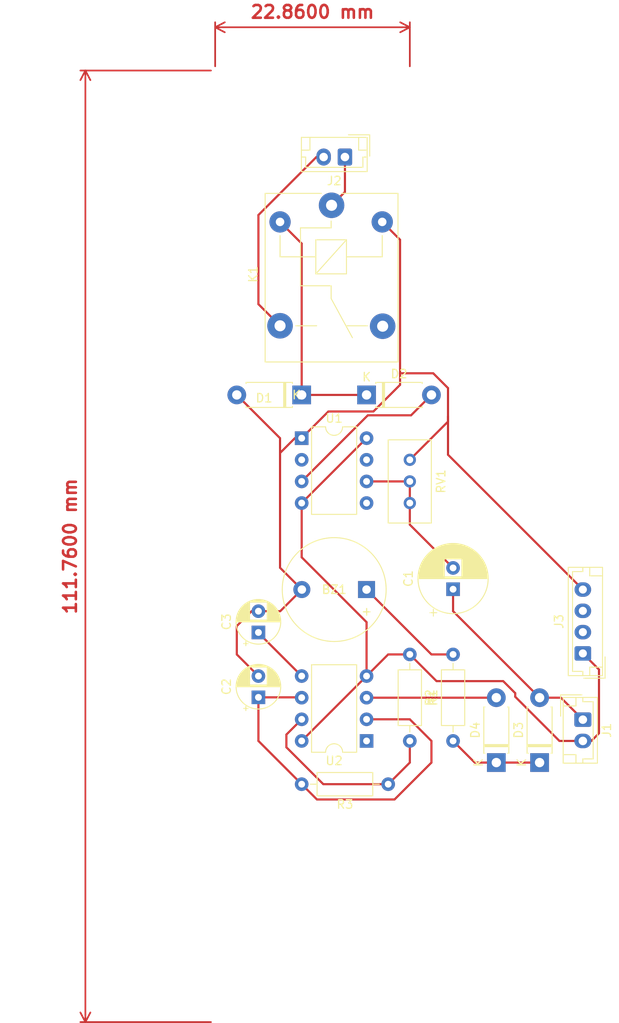
<source format=kicad_pcb>
(kicad_pcb (version 20221018) (generator pcbnew)
  (layers (0 "F.Cu" signal) (31 "B.Cu" signal) (34 "B.Paste" user) (35 "F.Paste" user) (36 "B.SilkS" user "B.Silkscreen") (37 "F.SilkS" user "F.Silkscreen") (38 "B.Mask" user) (39 "F.Mask" user) (44 "Edge.Cuts" user))
  (net 0 "")
  (net 1 "Net-(BZ1--)")
  (net 2 "GNDREF")
  (net 3 "Net-(D3-A)")
  (net 4 "Net-(U1-THR)")
  (net 5 "Net-(U2-THR)")
  (net 6 "Net-(U2-CV)")
  (net 7 "Net-(D1-K)")
  (net 8 "Net-(D2-A)")
  (net 9 "Net-(D3-K)")
  (net 10 "Net-(D4-A)")
  (net 11 "VCC")
  (net 12 "+12C")
  (net 14 "Net-(U2-DIS)")
  (net 18 "GND1")
  (net 19 "Net-(J3-Pin_2)")
  (footprint "Diode_THT:D_DO-41_SOD81_P7.62mm_Horizontal" (layer "F.Cu") (at 162.56 121.92 90)
    (fp_text reference "D3" (at 3.81 -2.47 90) (layer "F.SilkS"))
    (fp_text value "1N4001")
    (fp_text user "K" (at 0 -2.1 90) (layer "F.SilkS"))
    (pad "1" thru_hole rect (at 0 0 90) (size 2.2 2.2) (drill 1.1) (layers "*.Cu" "*.Mask") (net 9 "Net-(D3-K)"))
    (pad "2" thru_hole oval (at 7.62 0 90) (size 2.2 2.2) (drill 1.1) (layers "*.Cu" "*.Mask") (net 3 "Net-(D3-A)"))
  )
  (footprint "Capacitor_THT:CP_Radial_D5.0mm_P2.50mm" (layer "F.Cu") (at 129.54 106.64 90)
    (fp_text reference "C3" (at 1.25 -3.75 90) (layer "F.SilkS"))
    (fp_text value "C_Polarized")
    (pad "1" thru_hole rect (at 0 0 90) (size 1.6 1.6) (drill 0.8) (layers "*.Cu" "*.Mask") (net 6 "Net-(U2-CV)"))
    (pad "2" thru_hole circle (at 2.5 0 90) (size 1.6 1.6) (drill 0.8) (layers "*.Cu" "*.Mask") (net 2 "GNDREF"))
  )
  (footprint "Capacitor_THT:CP_Radial_D8.0mm_P2.50mm" (layer "F.Cu") (at 152.4 101.56 90)
    (fp_text reference "C1" (at 1.25 -5.25 90) (layer "F.SilkS"))
    (fp_text value "C_Polarized")
    (pad "1" thru_hole rect (at 0 0 90) (size 1.6 1.6) (drill 0.8) (layers "*.Cu" "*.Mask") (net 3 "Net-(D3-A)"))
    (pad "2" thru_hole circle (at 2.5 0 90) (size 1.6 1.6) (drill 0.8) (layers "*.Cu" "*.Mask") (net 4 "Net-(U1-THR)"))
  )
  (footprint "Resistor_THT:R_Axial_DIN0207_L6.3mm_D2.5mm_P10.16mm_Horizontal" (layer "F.Cu") (at 152.4 119.38 90)
    (fp_text reference "R1" (at 5.08 -2.37 90) (layer "F.SilkS"))
    (fp_text value "R")
    (pad "1" thru_hole circle (at 0 0 90) (size 1.6 1.6) (drill 0.8) (layers "*.Cu" "*.Mask") (net 9 "Net-(D3-K)"))
    (pad "2" thru_hole oval (at 10.16 0 90) (size 1.6 1.6) (drill 0.8) (layers "*.Cu" "*.Mask") (net 1 "Net-(BZ1--)"))
  )
  (footprint "Connector_JST:JST_EH_B2B-EH-A_1x02_P2.50mm_Vertical" (layer "F.Cu") (at 139.7 50.8 180)
    (fp_text reference "J2" (at 1.25 -2.8) (layer "F.SilkS"))
    (fp_text value "Conn_01x02_Pin")
    (pad "1" thru_hole roundrect (at 0 0 180) (size 1.7 2) (drill 1) (layers "*.Cu" "*.Mask") (roundrect_rratio 0.147059) (net 12 "+12C"))
    (pad "2" thru_hole oval (at 2.5 0 180) (size 1.7 2) (drill 1) (layers "*.Cu" "*.Mask") (net 18 "GND1"))
  )
  (footprint "Diode_THT:D_DO-41_SOD81_P7.62mm_Horizontal" (layer "F.Cu") (at 142.24 78.74)
    (fp_text reference "D2" (at 3.81 -2.47) (layer "F.SilkS"))
    (fp_text value "1N4001")
    (fp_text user "K" (at 0 -2.1) (layer "F.SilkS"))
    (pad "1" thru_hole rect (at 0 0) (size 2.2 2.2) (drill 1.1) (layers "*.Cu" "*.Mask") (net 7 "Net-(D1-K)"))
    (pad "2" thru_hole oval (at 7.62 0) (size 2.2 2.2) (drill 1.1) (layers "*.Cu" "*.Mask") (net 8 "Net-(D2-A)"))
  )
  (footprint "Diode_THT:D_DO-41_SOD81_P7.62mm_Horizontal" (layer "F.Cu") (at 134.62 78.74 180)
    (fp_text reference "D1" (at 4.415 -0.37) (layer "F.SilkS"))
    (fp_text value "1N4001")
    (fp_text user "K" (at 0.605 0) (layer "F.SilkS"))
    (pad "1" thru_hole rect (at 0 0 180) (size 2.2 2.2) (drill 1.1) (layers "*.Cu" "*.Mask") (net 7 "Net-(D1-K)"))
    (pad "2" thru_hole oval (at 7.62 0 180) (size 2.2 2.2) (drill 1.1) (layers "*.Cu" "*.Mask") (net 2 "GNDREF"))
  )
  (footprint "Resistor_THT:R_Axial_DIN0207_L6.3mm_D2.5mm_P10.16mm_Horizontal" (layer "F.Cu") (at 144.78 124.46 180)
    (fp_text reference "R3" (at 5.08 -2.37) (layer "F.SilkS"))
    (fp_text value "R")
    (pad "1" thru_hole circle (at 0 0 180) (size 1.6 1.6) (drill 0.8) (layers "*.Cu" "*.Mask") (net 14 "Net-(U2-DIS)"))
    (pad "2" thru_hole oval (at 10.16 0 180) (size 1.6 1.6) (drill 0.8) (layers "*.Cu" "*.Mask") (net 5 "Net-(U2-THR)"))
  )
  (footprint "Connector_JST:JST_EH_B2B-EH-A_1x02_P2.50mm_Vertical" (layer "F.Cu") (at 167.64 116.88 -90)
    (fp_text reference "J1" (at 1.25 -2.8 90) (layer "F.SilkS"))
    (fp_text value "Barrel_Jack")
    (pad "1" thru_hole roundrect (at 0 0 270) (size 1.7 2) (drill 1) (layers "*.Cu" "*.Mask") (roundrect_rratio 0.147059) (net 3 "Net-(D3-A)"))
    (pad "2" thru_hole oval (at 2.5 0 270) (size 1.7 2) (drill 1) (layers "*.Cu" "*.Mask") (net 11 "VCC"))
  )
  (footprint "Potentiometer_THT:Potentiometer_Bourns_3296W_Vertical" (layer "F.Cu") (at 147.32 91.44 -90)
    (fp_text reference "RV1" (at -2.54 -3.66 90) (layer "F.SilkS"))
    (fp_text value "R_Potentiometer")
    (pad "1" thru_hole circle (at 0 0 270) (size 1.44 1.44) (drill 0.8) (layers "*.Cu" "*.Mask") (net 4 "Net-(U1-THR)"))
    (pad "2" thru_hole circle (at -2.54 0 270) (size 1.44 1.44) (drill 0.8) (layers "*.Cu" "*.Mask") (net 4 "Net-(U1-THR)"))
    (pad "3" thru_hole circle (at -5.08 0 270) (size 1.44 1.44) (drill 0.8) (layers "*.Cu" "*.Mask") (net 2 "GNDREF"))
  )
  (footprint "Resistor_THT:R_Axial_DIN0207_L6.3mm_D2.5mm_P10.16mm_Horizontal" (layer "F.Cu") (at 147.32 109.22 -90)
    (fp_text reference "R2" (at 5.08 -2.37 90) (layer "F.SilkS"))
    (fp_text value "R")
    (pad "1" thru_hole circle (at 0 0 270) (size 1.6 1.6) (drill 0.8) (layers "*.Cu" "*.Mask") (net 11 "VCC"))
    (pad "2" thru_hole oval (at 10.16 0 270) (size 1.6 1.6) (drill 0.8) (layers "*.Cu" "*.Mask") (net 14 "Net-(U2-DIS)"))
  )
  (footprint "Package_DIP:DIP-8_W7.62mm" (layer "F.Cu") (at 142.24 119.38 180)
    (fp_text reference "U2" (at 3.81 -2.33) (layer "F.SilkS"))
    (fp_text value "NE555P")
    (pad "1" thru_hole rect (at 0 0 180) (size 1.6 1.6) (drill 0.8) (layers "*.Cu" "*.Mask") (net 2 "GNDREF"))
    (pad "2" thru_hole oval (at 0 2.54 180) (size 1.6 1.6) (drill 0.8) (layers "*.Cu" "*.Mask") (net 5 "Net-(U2-THR)"))
    (pad "3" thru_hole oval (at 0 5.08 180) (size 1.6 1.6) (drill 0.8) (layers "*.Cu" "*.Mask") (net 10 "Net-(D4-A)"))
    (pad "4" thru_hole oval (at 0 7.62 180) (size 1.6 1.6) (drill 0.8) (layers "*.Cu" "*.Mask") (net 11 "VCC"))
    (pad "5" thru_hole oval (at 7.62 7.62 180) (size 1.6 1.6) (drill 0.8) (layers "*.Cu" "*.Mask") (net 6 "Net-(U2-CV)"))
    (pad "6" thru_hole oval (at 7.62 5.08 180) (size 1.6 1.6) (drill 0.8) (layers "*.Cu" "*.Mask") (net 5 "Net-(U2-THR)"))
    (pad "7" thru_hole oval (at 7.62 2.54 180) (size 1.6 1.6) (drill 0.8) (layers "*.Cu" "*.Mask") (net 14 "Net-(U2-DIS)"))
    (pad "8" thru_hole oval (at 7.62 0 180) (size 1.6 1.6) (drill 0.8) (layers "*.Cu" "*.Mask") (net 11 "VCC"))
  )
  (footprint "Diode_THT:D_DO-41_SOD81_P7.62mm_Horizontal" (layer "F.Cu") (at 157.48 121.92 90)
    (fp_text reference "D4" (at 3.81 -2.47 90) (layer "F.SilkS"))
    (fp_text value "1N4001")
    (fp_text user "K" (at 0 -2.1 90) (layer "F.SilkS"))
    (pad "1" thru_hole rect (at 0 0 90) (size 2.2 2.2) (drill 1.1) (layers "*.Cu" "*.Mask") (net 9 "Net-(D3-K)"))
    (pad "2" thru_hole oval (at 7.62 0 90) (size 2.2 2.2) (drill 1.1) (layers "*.Cu" "*.Mask") (net 10 "Net-(D4-A)"))
  )
  (footprint "Relay_THT:Relay_SPDT_SANYOU_SRD_Series_Form_C" (layer "F.Cu") (at 138.13 56.47 -90)
    (fp_text reference "K1" (at 8.1 9.2 90) (layer "F.SilkS"))
    (fp_text value "SANYOU_SRD_Form_C")
    (pad "1" thru_hole circle (at 0 0) (size 3 3) (drill 1.3) (layers "*.Cu" "*.Mask") (net 12 "+12C"))
    (pad "2" thru_hole circle (at 1.95 6.05) (size 2.5 2.5) (drill 1) (layers "*.Cu" "*.Mask") (net 7 "Net-(D1-K)"))
    (pad "3" thru_hole circle (at 14.15 6.05) (size 3 3) (drill 1.3) (layers "*.Cu" "*.Mask") (net 18 "GND1"))
    (pad "4" thru_hole circle (at 14.2 -6) (size 3 3) (drill 1.3) (layers "*.Cu" "*.Mask"))
    (pad "5" thru_hole circle (at 1.95 -5.95) (size 2.5 2.5) (drill 1) (layers "*.Cu" "*.Mask") (net 2 "GNDREF"))
  )
  (footprint "Connector_JST:JST_EH_B4B-EH-A_1x04_P2.50mm_Vertical" (layer "F.Cu") (at 167.64 109.1 90)
    (fp_text reference "J3" (at 3.75 -2.8 90) (layer "F.SilkS"))
    (fp_text value "Conn_01x04_Pin")
    (pad "1" thru_hole roundrect (at 0 0 90) (size 1.7 1.95) (drill 0.95) (layers "*.Cu" "*.Mask") (roundrect_rratio 0.147059) (net 11 "VCC"))
    (pad "2" thru_hole oval (at 2.5 0 90) (size 1.7 1.95) (drill 0.95) (layers "*.Cu" "*.Mask") (net 19 "Net-(J3-Pin_2)"))
    (pad "3" thru_hole oval (at 5 0 90) (size 1.7 1.95) (drill 0.95) (layers "*.Cu" "*.Mask") (net 19 "Net-(J3-Pin_2)"))
    (pad "4" thru_hole oval (at 7.5 0 90) (size 1.7 1.95) (drill 0.95) (layers "*.Cu" "*.Mask") (net 2 "GNDREF"))
  )
  (footprint "Capacitor_THT:CP_Radial_D5.0mm_P2.50mm" (layer "F.Cu") (at 129.54 114.26 90)
    (fp_text reference "C2" (at 1.25 -3.75 90) (layer "F.SilkS"))
    (fp_text value "C_Polarized")
    (pad "1" thru_hole rect (at 0 0 90) (size 1.6 1.6) (drill 0.8) (layers "*.Cu" "*.Mask") (net 5 "Net-(U2-THR)"))
    (pad "2" thru_hole circle (at 2.5 0 90) (size 1.6 1.6) (drill 0.8) (layers "*.Cu" "*.Mask") (net 2 "GNDREF"))
  )
  (footprint "Buzzer_Beeper:Buzzer_12x9.5RM7.6" (layer "F.Cu") (at 142.24 101.6 180)
    (fp_text reference "BZ1" (at 3.8 0) (layer "F.SilkS"))
    (fp_text value "Buzzer")
    (fp_text user "+" (at -0.01 -2.54) (layer "F.SilkS"))
    (pad "1" thru_hole rect (at 0 0 180) (size 2 2) (drill 1) (layers "*.Cu" "*.Mask") (net 1 "Net-(BZ1--)"))
    (pad "2" thru_hole circle (at 7.6 0 180) (size 2 2) (drill 1) (layers "*.Cu" "*.Mask") (net 2 "GNDREF"))
  )
  (footprint "Package_DIP:DIP-8_W7.62mm" (layer "F.Cu") (at 134.62 83.82)
    (fp_text reference "U1" (at 3.81 -2.33) (layer "F.SilkS"))
    (fp_text value "NE555P")
    (pad "1" thru_hole rect (at 0 0) (size 1.6 1.6) (drill 0.8) (layers "*.Cu" "*.Mask") (net 2 "GNDREF"))
    (pad "2" thru_hole oval (at 0 2.54) (size 1.6 1.6) (drill 0.8) (layers "*.Cu" "*.Mask"))
    (pad "3" thru_hole oval (at 0 5.08) (size 1.6 1.6) (drill 0.8) (layers "*.Cu" "*.Mask") (net 8 "Net-(D2-A)"))
    (pad "4" thru_hole oval (at 0 7.62) (size 1.6 1.6) (drill 0.8) (layers "*.Cu" "*.Mask") (net 11 "VCC"))
    (pad "5" thru_hole oval (at 7.62 7.62) (size 1.6 1.6) (drill 0.8) (layers "*.Cu" "*.Mask"))
    (pad "6" thru_hole oval (at 7.62 5.08) (size 1.6 1.6) (drill 0.8) (layers "*.Cu" "*.Mask") (net 4 "Net-(U1-THR)"))
    (pad "7" thru_hole oval (at 7.62 2.54) (size 1.6 1.6) (drill 0.8) (layers "*.Cu" "*.Mask"))
    (pad "8" thru_hole oval (at 7.62 0) (size 1.6 1.6) (drill 0.8) (layers "*.Cu" "*.Mask") (net 11 "VCC"))
  )
  (gr_rect (start 152.4 127) (end 152.4 127) (stroke (width 0.2)) (fill none) (layer "F.Cu"))
  (dimension (type aligned) (layer "F.Cu") (pts (xy 124.459999 40.64) (xy 147.32 40.64)) (height -5.08) (gr_text "22.8600 mm" (at 135.89 33.76) (layer "F.Cu") (effects (font (size 1.5 1.5) (thickness 0.3)))) (format (prefix "") (suffix "") (units 3) (units_format 1) (precision 4)) (style (thickness 0.2) (arrow_length 1.27) (text_position_mode 0) (extension_height 0.58642) (extension_offset 0.5) keep_text_aligned))
  (dimension (type aligned) (layer "F.Cu") (pts (xy 124.459999 40.64) (xy 124.459999 152.4)) (height 15.239999) (gr_text "111.7600 mm" (at 107.42 96.52 90) (layer "F.Cu") (effects (font (size 1.5 1.5) (thickness 0.3)))) (format (prefix "") (suffix "") (units 3) (units_format 1) (precision 4)) (style (thickness 0.2) (arrow_length 1.27) (text_position_mode 0) (extension_height 0.58642) (extension_offset 0.5) keep_text_aligned))
  (segment (start 152.4 109.22) (end 149.86 109.22) (width 0.25) (layer "F.Cu") (net 1))
  (segment (start 149.86 109.22) (end 142.24 101.6) (width 0.25) (layer "F.Cu") (net 1))
  (segment (start 150.070645 76.2) (end 146.175 76.2) (width 0.25) (layer "F.Cu") (net 2))
  (segment (start 146.175 76.2) (end 146.175 60.515) (width 0.25) (layer "F.Cu") (net 2))
  (segment (start 151.805 81.875) (end 151.805 81.28) (width 0.25) (layer "F.Cu") (net 2))
  (segment (start 134.64 101.6) (end 132.1 104.14) (width 0.25) (layer "F.Cu") (net 2))
  (segment (start 151.805 77.934355) (end 150.070645 76.2) (width 0.25) (layer "F.Cu") (net 2))
  (segment (start 151.805 81.28) (end 151.805 77.934355) (width 0.25) (layer "F.Cu") (net 2))
  (segment (start 132.1 104.14) (end 129.54 104.14) (width 0.25) (layer "F.Cu") (net 2))
  (segment (start 143.045645 80.685) (end 146.175 77.555645) (width 0.25) (layer "F.Cu") (net 2))
  (segment (start 127 109.22) (end 129.54 111.76) (width 0.25) (layer "F.Cu") (net 2))
  (segment (start 146.175 60.515) (end 144.08 58.42) (width 0.25) (layer "F.Cu") (net 2))
  (segment (start 137.755 80.685) (end 143.045645 80.685) (width 0.25) (layer "F.Cu") (net 2))
  (segment (start 128.74 104.14) (end 127 105.88) (width 0.25) (layer "F.Cu") (net 2))
  (segment (start 127 105.88) (end 127 109.22) (width 0.25) (layer "F.Cu") (net 2))
  (segment (start 132.08 99.04) (end 134.64 101.6) (width 0.25) (layer "F.Cu") (net 2))
  (segment (start 146.175 77.555645) (end 146.175 76.2) (width 0.25) (layer "F.Cu") (net 2))
  (segment (start 132.08 85.56) (end 132.08 86.36) (width 0.25) (layer "F.Cu") (net 2))
  (segment (start 132.08 86.36) (end 132.08 99.04) (width 0.25) (layer "F.Cu") (net 2))
  (segment (start 134.62 83.82) (end 133.82 83.82) (width 0.25) (layer "F.Cu") (net 2))
  (segment (start 133.82 83.82) (end 132.08 85.56) (width 0.25) (layer "F.Cu") (net 2))
  (segment (start 129.54 104.14) (end 128.74 104.14) (width 0.25) (layer "F.Cu") (net 2))
  (segment (start 134.62 83.82) (end 137.755 80.685) (width 0.25) (layer "F.Cu") (net 2))
  (segment (start 151.805 85.765) (end 151.805 81.28) (width 0.25) (layer "F.Cu") (net 2))
  (segment (start 147.32 86.36) (end 151.805 81.875) (width 0.25) (layer "F.Cu") (net 2))
  (segment (start 167.64 101.6) (end 151.805 85.765) (width 0.25) (layer "F.Cu") (net 2))
  (segment (start 132.08 83.82) (end 132.08 86.36) (width 0.25) (layer "F.Cu") (net 2))
  (segment (start 127 78.74) (end 132.08 83.82) (width 0.25) (layer "F.Cu") (net 2))
  (segment (start 165.06 114.3) (end 167.64 116.88) (width 0.25) (layer "F.Cu") (net 3))
  (segment (start 162.56 114.3) (end 165.06 114.3) (width 0.25) (layer "F.Cu") (net 3))
  (segment (start 152.4 104.14) (end 152.4 101.56) (width 0.25) (layer "F.Cu") (net 3))
  (segment (start 162.56 114.3) (end 152.4 104.14) (width 0.25) (layer "F.Cu") (net 3))
  (segment (start 147.32 91.44) (end 147.32 88.9) (width 0.25) (layer "F.Cu") (net 4))
  (segment (start 147.32 91.44) (end 147.32 93.98) (width 0.25) (layer "F.Cu") (net 4))
  (segment (start 142.24 88.9) (end 147.32 88.9) (width 0.25) (layer "F.Cu") (net 4))
  (segment (start 147.32 93.98) (end 152.4 99.06) (width 0.25) (layer "F.Cu") (net 4))
  (segment (start 147.318513 116.84) (end 149.86 119.381487) (width 0.25) (layer "F.Cu") (net 5))
  (segment (start 136.415 126.255) (end 134.62 124.46) (width 0.25) (layer "F.Cu") (net 5))
  (segment (start 129.54 114.26) (end 129.54 119.38) (width 0.25) (layer "F.Cu") (net 5))
  (segment (start 129.54 119.38) (end 134.62 124.46) (width 0.25) (layer "F.Cu") (net 5))
  (segment (start 142.24 116.84) (end 147.318513 116.84) (width 0.25) (layer "F.Cu") (net 5))
  (segment (start 129.54 114.26) (end 134.58 114.26) (width 0.25) (layer "F.Cu") (net 5))
  (segment (start 145.525 126.255) (end 136.415 126.255) (width 0.25) (layer "F.Cu") (net 5))
  (segment (start 134.58 114.26) (end 134.62 114.3) (width 0.25) (layer "F.Cu") (net 5))
  (segment (start 149.86 119.381487) (end 149.86 121.92) (width 0.25) (layer "F.Cu") (net 5))
  (segment (start 149.86 121.92) (end 145.525 126.255) (width 0.25) (layer "F.Cu") (net 5))
  (segment (start 129.54 106.68) (end 134.62 111.76) (width 0.25) (layer "F.Cu") (net 6))
  (segment (start 129.54 106.64) (end 129.54 106.68) (width 0.25) (layer "F.Cu") (net 6))
  (segment (start 134.62 78.74) (end 134.62 60.96) (width 0.25) (layer "F.Cu") (net 7))
  (segment (start 134.62 78.74) (end 142.24 78.74) (width 0.25) (layer "F.Cu") (net 7))
  (segment (start 134.62 60.96) (end 132.08 58.42) (width 0.25) (layer "F.Cu") (net 7))
  (segment (start 147.465 81.135) (end 149.86 78.74) (width 0.25) (layer "F.Cu") (net 8))
  (segment (start 134.62 88.9) (end 142.385 81.135) (width 0.25) (layer "F.Cu") (net 8))
  (segment (start 142.385 81.135) (end 147.465 81.135) (width 0.25) (layer "F.Cu") (net 8))
  (segment (start 154.94 121.92) (end 152.4 119.38) (width 0.25) (layer "F.Cu") (net 9))
  (segment (start 157.48 121.92) (end 154.94 121.92) (width 0.25) (layer "F.Cu") (net 9))
  (segment (start 162.56 121.92) (end 157.48 121.92) (width 0.25) (layer "F.Cu") (net 9))
  (segment (start 157.48 114.3) (end 142.24 114.3) (width 0.25) (layer "F.Cu") (net 10))
  (segment (start 168.636258 119.38) (end 167.64 119.38) (width 0.25) (layer "F.Cu") (net 11))
  (segment (start 150.455 112.355) (end 147.32 109.22) (width 0.25) (layer "F.Cu") (net 11))
  (segment (start 142.24 111.76) (end 134.62 119.38) (width 0.25) (layer "F.Cu") (net 11))
  (segment (start 169.535 110.995) (end 169.535 118.481258) (width 0.25) (layer "F.Cu") (net 11))
  (segment (start 134.62 91.44) (end 134.62 97.81) (width 0.25) (layer "F.Cu") (net 11))
  (segment (start 158.285645 112.355) (end 150.455 112.355) (width 0.25) (layer "F.Cu") (net 11))
  (segment (start 142.24 111.76) (end 142.24 105.43) (width 0.25) (layer "F.Cu") (net 11))
  (segment (start 167.64 109.1) (end 169.535 110.995) (width 0.25) (layer "F.Cu") (net 11))
  (segment (start 169.535 118.481258) (end 168.636258 119.38) (width 0.25) (layer "F.Cu") (net 11))
  (segment (start 167.64 119.38) (end 164.889355 119.38) (width 0.25) (layer "F.Cu") (net 11))
  (segment (start 164.889355 119.38) (end 159.701802 114.192447) (width 0.25) (layer "F.Cu") (net 11))
  (segment (start 144.78 109.22) (end 142.24 111.76) (width 0.25) (layer "F.Cu") (net 11))
  (segment (start 142.24 83.82) (end 134.62 91.44) (width 0.25) (layer "F.Cu") (net 11))
  (segment (start 134.62 97.81) (end 142.24 105.43) (width 0.25) (layer "F.Cu") (net 11))
  (segment (start 159.701802 113.771157) (end 158.285645 112.355) (width 0.25) (layer "F.Cu") (net 11))
  (segment (start 147.32 109.22) (end 144.78 109.22) (width 0.25) (layer "F.Cu") (net 11))
  (segment (start 159.701802 114.192447) (end 159.701802 113.771157) (width 0.25) (layer "F.Cu") (net 11))
  (segment (start 138.13 56.47) (end 139.7 54.9) (width 0.25) (layer "F.Cu") (net 12))
  (segment (start 139.7 54.9) (end 139.7 50.8) (width 0.25) (layer "F.Cu") (net 12))
  (segment (start 147.32 119.38) (end 147.32 121.92) (width 0.25) (layer "F.Cu") (net 14))
  (segment (start 144.78 124.46) (end 137.16 124.46) (width 0.25) (layer "F.Cu") (net 14))
  (segment (start 137.16 124.46) (end 132.825 120.125) (width 0.25) (layer "F.Cu") (net 14))
  (segment (start 132.825 118.635) (end 134.62 116.84) (width 0.25) (layer "F.Cu") (net 14))
  (segment (start 132.825 120.125) (end 132.825 118.635) (width 0.25) (layer "F.Cu") (net 14))
  (segment (start 147.32 121.92) (end 144.78 124.46) (width 0.25) (layer "F.Cu") (net 14))
  (segment (start 129.54 57.61) (end 129.54 68.08) (width 0.25) (layer "F.Cu") (net 18))
  (segment (start 129.54 68.08) (end 132.08 70.62) (width 0.25) (layer "F.Cu") (net 18))
  (segment (start 136.35 50.8) (end 129.54 57.61) (width 0.25) (layer "F.Cu") (net 18))
  (segment (start 137.2 50.8) (end 136.35 50.8) (width 0.25) (layer "F.Cu") (net 18))
)
</source>
